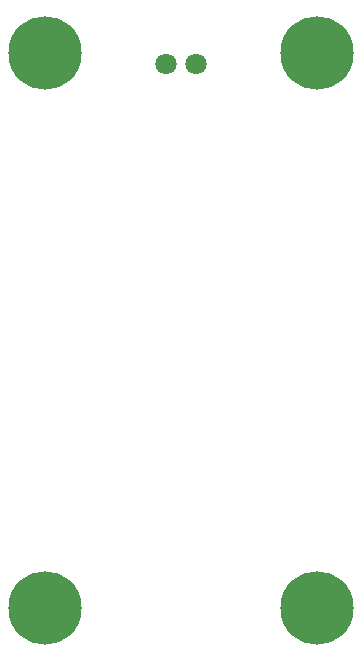
<source format=gts>
G75*
%MOIN*%
%OFA0B0*%
%FSLAX24Y24*%
%IPPOS*%
%LPD*%
%AMOC8*
5,1,8,0,0,1.08239X$1,22.5*
%
%ADD10C,0.0710*%
%ADD11C,0.2442*%
D10*
X006351Y023378D03*
X007351Y023378D03*
D11*
X002315Y005268D03*
X002315Y023772D03*
X011370Y023772D03*
X011370Y005268D03*
M02*

</source>
